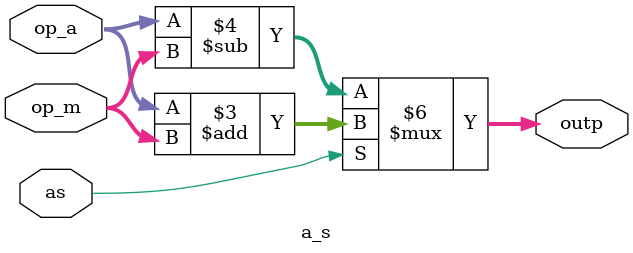
<source format=v>


module a_s(op_a, op_m, as, outp);
   parameter        NBITS = 6;
   input [NBITS:0]  op_a;
   input [NBITS:0]  op_m;
   input            as;
   output [NBITS:0] outp;
   reg [NBITS:0]    outp;
   
   
   
   always @(as or op_a or op_m)
   begin: adder_subt
      if (as == 1'b1)
         outp <= op_a + op_m;
      else
         outp <= op_a - op_m;
   end
   
endmodule

</source>
